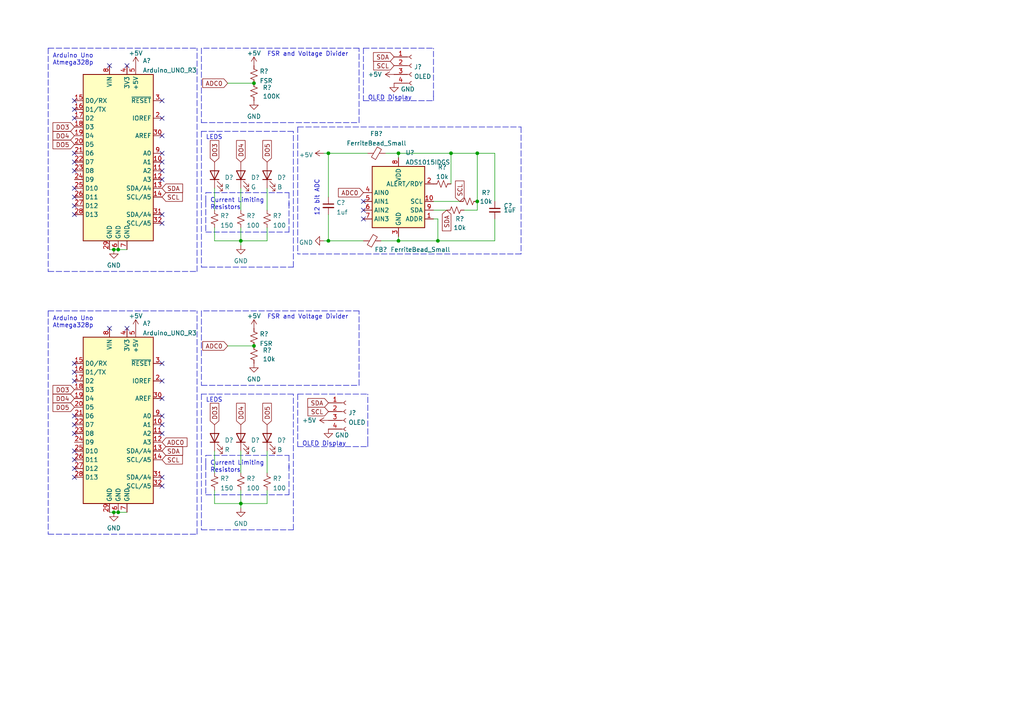
<source format=kicad_sch>
(kicad_sch (version 20211123) (generator eeschema)
  (paper "A4")
  (lib_symbols
    (symbol "Analog_ADC:ADS1015IDGS"
      (property "Reference" "U" (at 2.54 13.97 0))
      (property "Value" "ADS1015IDGS" (at 7.62 11.43 0))
      (symbol "ADS1015IDGS_0_1"
        (rectangle (start -7.62 10.16) (end 7.62 -7.62) (stroke (width 0.254)) (fill (type background)))
      )
      (symbol "ADS1015IDGS_1_1"
        (pin input line (at 10.16 -5.08 180) (length 2.54) (name "ADDR") (number "1"))
        (pin input line (at 10.16 0 180) (length 2.54) (name "SCL") (number "10"))
        (pin output line (at 10.16 5.08 180) (length 2.54) (name "ALERT/RDY") (number "2"))
        (pin power_in line (at 0 -10.16 90) (length 2.54) (name "GND") (number "3"))
        (pin input line (at -10.16 2.54 0) (length 2.54) (name "AIN0") (number "4"))
        (pin input line (at -10.16 0 0) (length 2.54) (name "AIN1") (number "5"))
        (pin input line (at -10.16 -2.54 0) (length 2.54) (name "AIN2") (number "6"))
        (pin input line (at -10.16 -5.08 0) (length 2.54) (name "AIN3") (number "7"))
        (pin power_in line (at 0 12.7 270) (length 2.54) (name "VDD") (number "8"))
        (pin bidirectional line (at 10.16 -2.54 180) (length 2.54) (name "SDA") (number "9"))
      )
    )
    (symbol "Connector:Conn_01x04_Female" (pin_names (offset 1.016) hide)
      (property "Reference" "J" (at 0 5.08 0))
      (property "Value" "Conn_01x04_Female" (at 0 -7.62 0))
      (symbol "Conn_01x04_Female_1_1"
        (arc (start 0 -4.572) (mid -0.508 -5.08) (end 0 -5.588) (stroke (width 0.1524)))
        (arc (start 0 -2.032) (mid -0.508 -2.54) (end 0 -3.048) (stroke (width 0.1524)))
        (polyline (pts (xy -1.27 -5.08) (xy -0.508 -5.08)) (stroke (width 0.1524)))
        (polyline (pts (xy -1.27 -2.54) (xy -0.508 -2.54)) (stroke (width 0.1524)))
        (polyline (pts (xy -1.27 0) (xy -0.508 0)) (stroke (width 0.1524)))
        (polyline (pts (xy -1.27 2.54) (xy -0.508 2.54)) (stroke (width 0.1524)))
        (arc (start 0 0.508) (mid -0.508 0) (end 0 -0.508) (stroke (width 0.1524)))
        (arc (start 0 3.048) (mid -0.508 2.54) (end 0 2.032) (stroke (width 0.1524)))
        (pin passive line (at -5.08 2.54 0) (length 3.81) (name "Pin_1") (number "1"))
        (pin passive line (at -5.08 0 0) (length 3.81) (name "Pin_2") (number "2"))
        (pin passive line (at -5.08 -2.54 0) (length 3.81) (name "Pin_3") (number "3"))
        (pin passive line (at -5.08 -5.08 0) (length 3.81) (name "Pin_4") (number "4"))
      )
    )
    (symbol "Device:C_Small" (pin_numbers hide) (pin_names (offset 0.254) hide)
      (property "Reference" "C" (at 0.254 1.778 0))
      (property "Value" "C_Small" (at 0.254 -2.032 0))
      (symbol "C_Small_0_1"
        (polyline (pts (xy -1.524 -0.508) (xy 1.524 -0.508)) (stroke (width 0.3302)))
        (polyline (pts (xy -1.524 0.508) (xy 1.524 0.508)) (stroke (width 0.3048)))
      )
      (symbol "C_Small_1_1"
        (pin passive line (at 0 2.54 270) (length 2.032) (name "~") (number "1"))
        (pin passive line (at 0 -2.54 90) (length 2.032) (name "~") (number "2"))
      )
    )
    (symbol "Device:FerriteBead_Small" (pin_numbers hide) (pin_names (offset 0))
      (property "Reference" "FB" (at 1.905 1.27 0))
      (property "Value" "FerriteBead_Small" (at 1.905 -1.27 0))
      (symbol "FerriteBead_Small_0_1"
        (polyline (pts (xy 0 -1.27) (xy 0 -0.7874)))
        (polyline (pts (xy 0 0.889) (xy 0 1.2954)))
        (polyline (pts (xy -1.8288 0.2794) (xy -1.1176 1.4986) (xy 1.8288 -0.2032) (xy 1.1176 -1.4224) (xy -1.8288 0.2794)))
      )
      (symbol "FerriteBead_Small_1_1"
        (pin passive line (at 0 2.54 270) (length 1.27) (name "~") (number "1"))
        (pin passive line (at 0 -2.54 90) (length 1.27) (name "~") (number "2"))
      )
    )
    (symbol "Device:LED" (pin_numbers hide) (pin_names (offset 1.016) hide)
      (property "Reference" "D" (at 0 2.54 0))
      (property "Value" "LED" (at 0 -2.54 0))
      (symbol "LED_0_1"
        (polyline (pts (xy -1.27 -1.27) (xy -1.27 1.27)) (stroke (width 0.254)))
        (polyline (pts (xy -1.27 0) (xy 1.27 0)))
        (polyline (pts (xy 1.27 -1.27) (xy 1.27 1.27) (xy -1.27 0) (xy 1.27 -1.27)) (stroke (width 0.254)))
        (polyline (pts (xy -3.048 -0.762) (xy -4.572 -2.286) (xy -3.81 -2.286) (xy -4.572 -2.286) (xy -4.572 -1.524)))
        (polyline (pts (xy -1.778 -0.762) (xy -3.302 -2.286) (xy -2.54 -2.286) (xy -3.302 -2.286) (xy -3.302 -1.524)))
      )
      (symbol "LED_1_1"
        (pin passive line (at -3.81 0 0) (length 2.54) (name "K") (number "1"))
        (pin passive line (at 3.81 0 180) (length 2.54) (name "A") (number "2"))
      )
    )
    (symbol "Device:R_Small_US" (pin_numbers hide) (pin_names (offset 0.254) hide)
      (property "Reference" "R" (at 0.762 0.508 0))
      (property "Value" "R_Small_US" (at 0.762 -1.016 0))
      (symbol "R_Small_US_1_1"
        (polyline (pts (xy 0 0) (xy 1.016 -0.381) (xy 0 -0.762) (xy -1.016 -1.143) (xy 0 -1.524)))
        (polyline (pts (xy 0 1.524) (xy 1.016 1.143) (xy 0 0.762) (xy -1.016 0.381) (xy 0 0)))
        (pin passive line (at 0 2.54 270) (length 1.016) (name "~") (number "1"))
        (pin passive line (at 0 -2.54 90) (length 1.016) (name "~") (number "2"))
      )
    )
    (symbol "MCU_Module:Arduino_UNO_R3"
      (property "Reference" "A" (at -10.16 23.495 0))
      (property "Value" "Arduino_UNO_R3" (at 5.08 -26.67 0))
      (symbol "Arduino_UNO_R3_0_1"
        (rectangle (start -10.16 22.86) (end 10.16 -25.4) (stroke (width 0.254)) (fill (type background)))
      )
      (symbol "Arduino_UNO_R3_1_1"
        (pin no_connect line (at -10.16 -20.32 0) (length 2.54) hide (name "NC") (number "1"))
        (pin bidirectional line (at 12.7 -2.54 180) (length 2.54) (name "A1") (number "10"))
        (pin bidirectional line (at 12.7 -5.08 180) (length 2.54) (name "A2") (number "11"))
        (pin bidirectional line (at 12.7 -7.62 180) (length 2.54) (name "A3") (number "12"))
        (pin bidirectional line (at 12.7 -10.16 180) (length 2.54) (name "SDA/A4") (number "13"))
        (pin bidirectional line (at 12.7 -12.7 180) (length 2.54) (name "SCL/A5") (number "14"))
        (pin bidirectional line (at -12.7 15.24 0) (length 2.54) (name "D0/RX") (number "15"))
        (pin bidirectional line (at -12.7 12.7 0) (length 2.54) (name "D1/TX") (number "16"))
        (pin bidirectional line (at -12.7 10.16 0) (length 2.54) (name "D2") (number "17"))
        (pin bidirectional line (at -12.7 7.62 0) (length 2.54) (name "D3") (number "18"))
        (pin bidirectional line (at -12.7 5.08 0) (length 2.54) (name "D4") (number "19"))
        (pin output line (at 12.7 10.16 180) (length 2.54) (name "IOREF") (number "2"))
        (pin bidirectional line (at -12.7 2.54 0) (length 2.54) (name "D5") (number "20"))
        (pin bidirectional line (at -12.7 0 0) (length 2.54) (name "D6") (number "21"))
        (pin bidirectional line (at -12.7 -2.54 0) (length 2.54) (name "D7") (number "22"))
        (pin bidirectional line (at -12.7 -5.08 0) (length 2.54) (name "D8") (number "23"))
        (pin bidirectional line (at -12.7 -7.62 0) (length 2.54) (name "D9") (number "24"))
        (pin bidirectional line (at -12.7 -10.16 0) (length 2.54) (name "D10") (number "25"))
        (pin bidirectional line (at -12.7 -12.7 0) (length 2.54) (name "D11") (number "26"))
        (pin bidirectional line (at -12.7 -15.24 0) (length 2.54) (name "D12") (number "27"))
        (pin bidirectional line (at -12.7 -17.78 0) (length 2.54) (name "D13") (number "28"))
        (pin power_in line (at -2.54 -27.94 90) (length 2.54) (name "GND") (number "29"))
        (pin input line (at 12.7 15.24 180) (length 2.54) (name "~{RESET}") (number "3"))
        (pin input line (at 12.7 5.08 180) (length 2.54) (name "AREF") (number "30"))
        (pin bidirectional line (at 12.7 -17.78 180) (length 2.54) (name "SDA/A4") (number "31"))
        (pin bidirectional line (at 12.7 -20.32 180) (length 2.54) (name "SCL/A5") (number "32"))
        (pin power_out line (at 2.54 25.4 270) (length 2.54) (name "3V3") (number "4"))
        (pin power_out line (at 5.08 25.4 270) (length 2.54) (name "+5V") (number "5"))
        (pin power_in line (at 0 -27.94 90) (length 2.54) (name "GND") (number "6"))
        (pin power_in line (at 2.54 -27.94 90) (length 2.54) (name "GND") (number "7"))
        (pin power_in line (at -2.54 25.4 270) (length 2.54) (name "VIN") (number "8"))
        (pin bidirectional line (at 12.7 0 180) (length 2.54) (name "A0") (number "9"))
      )
    )
    (symbol "power:+5V" (power) (pin_names (offset 0))
      (property "Value" "+5V" (at 0 3.556 0))
      (symbol "+5V_0_1"
        (polyline (pts (xy -0.762 1.27) (xy 0 2.54)))
        (polyline (pts (xy 0 0) (xy 0 2.54)))
        (polyline (pts (xy 0 2.54) (xy 0.762 1.27)))
      )
      (symbol "+5V_1_1"
        (pin power_in line (at 0 0 90) (length 0) hide (name "+5V") (number "1"))
      )
    )
    (symbol "power:GND" (power) (pin_names (offset 0))
      (property "Value" "GND" (at 0 -3.81 0))
      (symbol "GND_0_1"
        (polyline (pts (xy 0 0) (xy 0 -1.27) (xy 1.27 -1.27) (xy 0 -2.54) (xy -1.27 -1.27) (xy 0 -1.27)))
      )
      (symbol "GND_1_1"
        (pin power_in line (at 0 0 270) (length 0) hide (name "GND") (number "1"))
      )
    )
  )
  (junction (at 138.43 44.45))
  (junction (at 127 69.85))
  (junction (at 34.29 148.59))
  (junction (at 115.57 69.85))
  (junction (at 130.81 44.45))
  (junction (at 73.66 24.13))
  (junction (at 138.43 58.42))
  (junction (at 69.85 146.05))
  (junction (at 69.85 69.85))
  (junction (at 34.29 72.39))
  (junction (at 95.25 44.45))
  (junction (at 33.02 148.59))
  (junction (at 95.25 69.85))
  (junction (at 33.02 72.39))
  (junction (at 73.66 100.33))
  (junction (at 115.57 44.45))
  (no_connect (at 46.99 140.97))
  (no_connect (at 46.99 125.73))
  (no_connect (at 21.59 29.21))
  (no_connect (at 21.59 34.29))
  (no_connect (at 36.83 19.05))
  (no_connect (at 31.75 19.05))
  (no_connect (at 21.59 31.75))
  (no_connect (at 46.99 29.21))
  (no_connect (at 46.99 34.29))
  (no_connect (at 46.99 39.37))
  (no_connect (at 46.99 49.53))
  (no_connect (at 46.99 52.07))
  (no_connect (at 46.99 46.99))
  (no_connect (at 46.99 62.23))
  (no_connect (at 46.99 64.77))
  (no_connect (at 21.59 107.95))
  (no_connect (at 21.59 120.65))
  (no_connect (at 21.59 123.19))
  (no_connect (at 21.59 110.49))
  (no_connect (at 21.59 105.41))
  (no_connect (at 46.99 120.65))
  (no_connect (at 21.59 46.99))
  (no_connect (at 21.59 49.53))
  (no_connect (at 21.59 44.45))
  (no_connect (at 46.99 44.45))
  (no_connect (at 36.83 95.25))
  (no_connect (at 21.59 57.15))
  (no_connect (at 21.59 59.69))
  (no_connect (at 21.59 54.61))
  (no_connect (at 21.59 62.23))
  (no_connect (at 46.99 105.41))
  (no_connect (at 21.59 138.43))
  (no_connect (at 21.59 133.35))
  (no_connect (at 46.99 123.19))
  (no_connect (at 21.59 125.73))
  (no_connect (at 46.99 110.49))
  (no_connect (at 21.59 135.89))
  (no_connect (at 21.59 130.81))
  (no_connect (at 31.75 95.25))
  (no_connect (at 46.99 138.43))
  (no_connect (at 46.99 115.57))
  (no_connect (at 105.41 63.5))
  (no_connect (at 105.41 60.96))
  (no_connect (at 105.41 58.42))
  (wire (pts (xy 93.98 44.45) (xy 95.25 44.45)))
  (polyline (pts (xy 59.69 67.31) (xy 83.82 67.31)))
  (wire (pts (xy 66.04 100.33) (xy 73.66 100.33)))
  (polyline (pts (xy 85.09 114.3) (xy 58.42 114.3)))
  (polyline (pts (xy 105.41 27.94) (xy 105.41 29.21)))
  (polyline (pts (xy 86.36 114.3) (xy 86.36 128.27)))
  (polyline (pts (xy 59.69 132.08) (xy 83.82 132.08)))
  (wire (pts (xy 134.62 60.96) (xy 138.43 60.96)))
  (polyline (pts (xy 86.36 36.83) (xy 86.36 73.66)))
  (polyline (pts (xy 59.69 134.62) (xy 59.69 132.08)))
  (wire (pts (xy 127 69.85) (xy 143.51 69.85)))
  (polyline (pts (xy 13.97 90.17) (xy 13.97 154.94)))
  (wire (pts (xy 62.23 66.04) (xy 62.23 69.85)))
  (wire (pts (xy 33.02 148.59) (xy 34.29 148.59)))
  (wire (pts (xy 125.73 58.42) (xy 133.35 58.42)))
  (wire (pts (xy 31.75 72.39) (xy 33.02 72.39)))
  (polyline (pts (xy 151.13 73.66) (xy 86.36 73.66)))
  (polyline (pts (xy 83.82 132.08) (xy 83.82 135.89)))
  (polyline (pts (xy 83.82 67.31) (xy 83.82 58.42)))
  (wire (pts (xy 93.98 69.85) (xy 95.25 69.85)))
  (polyline (pts (xy 58.42 153.67) (xy 85.09 153.67)))
  (wire (pts (xy 34.29 72.39) (xy 36.83 72.39)))
  (wire (pts (xy 69.85 54.61) (xy 69.85 60.96)))
  (polyline (pts (xy 13.97 13.97) (xy 57.15 13.97)))
  (polyline (pts (xy 125.73 27.94) (xy 125.73 13.97)))
  (polyline (pts (xy 151.13 36.83) (xy 151.13 73.66)))
  (wire (pts (xy 62.23 130.81) (xy 62.23 137.16)))
  (wire (pts (xy 143.51 69.85) (xy 143.51 63.5)))
  (wire (pts (xy 110.49 69.85) (xy 115.57 69.85)))
  (polyline (pts (xy 85.09 153.67) (xy 85.09 114.3)))
  (polyline (pts (xy 125.73 27.94) (xy 125.73 29.21)))
  (polyline (pts (xy 57.15 154.94) (xy 57.15 90.17)))
  (wire (pts (xy 77.47 69.85) (xy 77.47 66.04)))
  (wire (pts (xy 62.23 69.85) (xy 69.85 69.85)))
  (wire (pts (xy 138.43 60.96) (xy 138.43 58.42)))
  (wire (pts (xy 95.25 57.15) (xy 95.25 44.45)))
  (polyline (pts (xy 83.82 55.88) (xy 83.82 59.69)))
  (polyline (pts (xy 105.41 29.21) (xy 125.73 29.21)))
  (polyline (pts (xy 58.42 114.3) (xy 58.42 153.67)))
  (polyline (pts (xy 13.97 13.97) (xy 13.97 78.74)))
  (wire (pts (xy 69.85 69.85) (xy 69.85 66.04)))
  (polyline (pts (xy 86.36 129.54) (xy 106.68 129.54)))
  (polyline (pts (xy 58.42 111.76) (xy 104.14 111.76)))
  (polyline (pts (xy 106.68 128.27) (xy 106.68 129.54)))
  (wire (pts (xy 69.85 146.05) (xy 77.47 146.05)))
  (wire (pts (xy 115.57 69.85) (xy 127 69.85)))
  (polyline (pts (xy 104.14 90.17) (xy 58.42 90.17)))
  (wire (pts (xy 143.51 44.45) (xy 138.43 44.45)))
  (wire (pts (xy 62.23 54.61) (xy 62.23 60.96)))
  (polyline (pts (xy 85.09 77.47) (xy 85.09 38.1)))
  (polyline (pts (xy 58.42 13.97) (xy 58.42 35.56)))
  (wire (pts (xy 127 69.85) (xy 127 63.5)))
  (polyline (pts (xy 58.42 38.1) (xy 58.42 77.47)))
  (polyline (pts (xy 13.97 78.74) (xy 57.15 78.74)))
  (polyline (pts (xy 104.14 35.56) (xy 104.14 13.97)))
  (polyline (pts (xy 86.36 114.3) (xy 106.68 114.3)))
  (polyline (pts (xy 59.69 134.62) (xy 59.69 143.51)))
  (polyline (pts (xy 105.41 13.97) (xy 125.73 13.97)))
  (polyline (pts (xy 13.97 90.17) (xy 57.15 90.17)))
  (polyline (pts (xy 59.69 58.42) (xy 59.69 67.31)))
  (polyline (pts (xy 59.69 143.51) (xy 83.82 143.51)))
  (wire (pts (xy 127 63.5) (xy 125.73 63.5)))
  (wire (pts (xy 77.47 146.05) (xy 77.47 142.24)))
  (wire (pts (xy 95.25 62.23) (xy 95.25 69.85)))
  (wire (pts (xy 69.85 146.05) (xy 69.85 142.24)))
  (wire (pts (xy 77.47 54.61) (xy 77.47 60.96)))
  (wire (pts (xy 77.47 130.81) (xy 77.47 137.16)))
  (polyline (pts (xy 104.14 13.97) (xy 58.42 13.97)))
  (wire (pts (xy 95.25 44.45) (xy 106.68 44.45)))
  (polyline (pts (xy 104.14 111.76) (xy 104.14 90.17)))
  (wire (pts (xy 130.81 44.45) (xy 138.43 44.45)))
  (polyline (pts (xy 85.09 38.1) (xy 58.42 38.1)))
  (wire (pts (xy 69.85 69.85) (xy 77.47 69.85)))
  (wire (pts (xy 125.73 60.96) (xy 129.54 60.96)))
  (wire (pts (xy 31.75 148.59) (xy 33.02 148.59)))
  (wire (pts (xy 111.76 44.45) (xy 115.57 44.45)))
  (wire (pts (xy 143.51 58.42) (xy 143.51 44.45)))
  (polyline (pts (xy 86.36 36.83) (xy 151.13 36.83)))
  (wire (pts (xy 34.29 148.59) (xy 36.83 148.59)))
  (polyline (pts (xy 58.42 90.17) (xy 58.42 111.76)))
  (polyline (pts (xy 57.15 78.74) (xy 57.15 13.97)))
  (wire (pts (xy 62.23 146.05) (xy 69.85 146.05)))
  (polyline (pts (xy 86.36 128.27) (xy 86.36 129.54)))
  (wire (pts (xy 69.85 130.81) (xy 69.85 137.16)))
  (polyline (pts (xy 59.69 58.42) (xy 59.69 55.88)))
  (polyline (pts (xy 106.68 128.27) (xy 106.68 114.3)))
  (polyline (pts (xy 105.41 13.97) (xy 105.41 27.94)))
  (wire (pts (xy 62.23 142.24) (xy 62.23 146.05)))
  (wire (pts (xy 130.81 44.45) (xy 130.81 53.34)))
  (polyline (pts (xy 13.97 154.94) (xy 57.15 154.94)))
  (wire (pts (xy 33.02 72.39) (xy 34.29 72.39)))
  (wire (pts (xy 66.04 24.13) (xy 73.66 24.13)))
  (wire (pts (xy 115.57 44.45) (xy 115.57 45.72)))
  (wire (pts (xy 130.81 44.45) (xy 115.57 44.45)))
  (wire (pts (xy 115.57 69.85) (xy 115.57 68.58)))
  (wire (pts (xy 69.85 146.05) (xy 69.85 147.32)))
  (polyline (pts (xy 83.82 143.51) (xy 83.82 134.62)))
  (polyline (pts (xy 58.42 77.47) (xy 85.09 77.47)))
  (wire (pts (xy 95.25 69.85) (xy 105.41 69.85)))
  (wire (pts (xy 69.85 69.85) (xy 69.85 71.12)))
  (polyline (pts (xy 58.42 35.56) (xy 104.14 35.56)))
  (wire (pts (xy 138.43 58.42) (xy 138.43 44.45)))
  (polyline (pts (xy 59.69 55.88) (xy 83.82 55.88)))
  (text "LEDS" (at 59.69 116.84 0) (effects (font (size 1.27 1.27)) (justify left bottom)))
  (text "FSR and Voltage Divider" (at 77.47 92.71 0) (effects (font (size 1.27 1.27)) (justify left bottom)))
  (text "OLED Display" (at 87.63 129.54 0) (effects (font (size 1.27 1.27)) (justify left bottom)))
  (text "OLED Display" (at 106.68 29.21 0) (effects (font (size 1.27 1.27)) (justify left bottom)))
  (text "Current Limiting\nResistors" (at 60.96 60.96 0) (effects (font (size 1.27 1.27)) (justify left bottom)))
  (text "FSR and Voltage Divider" (at 77.47 16.51 0) (effects (font (size 1.27 1.27)) (justify left bottom)))
  (text "Arduino Uno\nAtmega328p" (at 15.24 19.05 0) (effects (font (size 1.27 1.27)) (justify left bottom)))
  (text "LEDS" (at 59.69 40.64 0) (effects (font (size 1.27 1.27)) (justify left bottom)))
  (text "Current Limiting\nResistors" (at 60.96 137.16 0) (effects (font (size 1.27 1.27)) (justify left bottom)))
  (text "Arduino Uno\nAtmega328p" (at 15.24 95.25 0) (effects (font (size 1.27 1.27)) (justify left bottom)))
  (text "12 bit ADC" (at 92.71 52.07 270) (effects (font (size 1.27 1.27)) (justify right bottom)))
  (global_label "DO3" (shape input) (at 21.59 113.03 180) (property "Intersheet References" "${INTERSHEET_REFS}" (effects hide)))
  (global_label "SCL" (shape input) (at 95.25 119.38 180) (property "Intersheet References" "${INTERSHEET_REFS}" (effects hide)))
  (global_label "DO5" (shape input) (at 77.47 46.99 90) (property "Intersheet References" "${INTERSHEET_REFS}" (effects hide)))
  (global_label "DO5" (shape input) (at 77.47 123.19 90) (property "Intersheet References" "${INTERSHEET_REFS}" (effects hide)))
  (global_label "SCL" (shape input) (at 114.3 19.05 180) (property "Intersheet References" "${INTERSHEET_REFS}" (effects hide)))
  (global_label "DO3" (shape input) (at 62.23 46.99 90) (property "Intersheet References" "${INTERSHEET_REFS}" (effects hide)))
  (global_label "DO4" (shape input) (at 21.59 39.37 180) (property "Intersheet References" "${INTERSHEET_REFS}" (effects hide)))
  (global_label "ADC0" (shape input) (at 66.04 24.13 180) (property "Intersheet References" "${INTERSHEET_REFS}" (effects hide)))
  (global_label "ADC0" (shape input) (at 46.99 128.27 0) (property "Intersheet References" "${INTERSHEET_REFS}" (effects hide)))
  (global_label "DO3" (shape input) (at 21.59 36.83 180) (property "Intersheet References" "${INTERSHEET_REFS}" (effects hide)))
  (global_label "ADC0" (shape input) (at 105.41 55.88 180) (property "Intersheet References" "${INTERSHEET_REFS}" (effects hide)))
  (global_label "SDA" (shape input) (at 46.99 130.81 0) (property "Intersheet References" "${INTERSHEET_REFS}" (effects hide)))
  (global_label "SCL" (shape input) (at 46.99 57.15 0) (property "Intersheet References" "${INTERSHEET_REFS}" (effects hide)))
  (global_label "ADC0" (shape input) (at 66.04 100.33 180) (property "Intersheet References" "${INTERSHEET_REFS}" (effects hide)))
  (global_label "SDA" (shape input) (at 46.99 54.61 0) (property "Intersheet References" "${INTERSHEET_REFS}" (effects hide)))
  (global_label "DO5" (shape input) (at 21.59 118.11 180) (property "Intersheet References" "${INTERSHEET_REFS}" (effects hide)))
  (global_label "SDA" (shape input) (at 114.3 16.51 180) (property "Intersheet References" "${INTERSHEET_REFS}" (effects hide)))
  (global_label "SCL" (shape input) (at 133.35 58.42 90) (property "Intersheet References" "${INTERSHEET_REFS}" (effects hide)))
  (global_label "DO5" (shape input) (at 21.59 41.91 180) (property "Intersheet References" "${INTERSHEET_REFS}" (effects hide)))
  (global_label "DO4" (shape input) (at 69.85 46.99 90) (property "Intersheet References" "${INTERSHEET_REFS}" (effects hide)))
  (global_label "SDA" (shape input) (at 95.25 116.84 180) (property "Intersheet References" "${INTERSHEET_REFS}" (effects hide)))
  (global_label "DO4" (shape input) (at 21.59 115.57 180) (property "Intersheet References" "${INTERSHEET_REFS}" (effects hide)))
  (global_label "DO3" (shape input) (at 62.23 123.19 90) (property "Intersheet References" "${INTERSHEET_REFS}" (effects hide)))
  (global_label "SCL" (shape input) (at 46.99 133.35 0) (property "Intersheet References" "${INTERSHEET_REFS}" (effects hide)))
  (global_label "DO4" (shape input) (at 69.85 123.19 90) (property "Intersheet References" "${INTERSHEET_REFS}" (effects hide)))
  (global_label "SDA" (shape input) (at 129.54 60.96 270) (property "Intersheet References" "${INTERSHEET_REFS}" (effects hide)))
  (symbol (lib_id "Device:R_Small_US") (at 69.85 63.5 0) (unit 1)
    (property "Reference" "R?" (at 71.501 62.5915 0) (effects (justify left)))
    (property "Value" "100" (at 71.501 65.3666 0) (effects (justify left)))
  )
  (symbol (lib_id "Device:R_Small_US") (at 73.66 97.79 0) (unit 1)
    (property "Reference" "R?" (at 75.311 96.8815 0) (effects (justify left)))
    (property "Value" "FSR" (at 75.311 99.6566 0) (effects (justify left)))
  )
  (symbol (lib_id "Connector:Conn_01x04_Female") (at 119.38 19.05 0) (unit 1)
    (property "Reference" "J?" (at 120.0912 19.4115 0) (effects (justify left)))
    (property "Value" "OLED" (at 120.0912 22.1866 0) (effects (justify left)))
  )
  (symbol (lib_id "power:GND") (at 93.98 69.85 270) (unit 1)
    (property "Reference" "#PWR?" (effects hide))
    (property "Value" "GND" (at 90.8051 70.329 90) (effects (justify right)))
  )
  (symbol (lib_id "Device:C_Small") (at 143.51 60.96 0) (unit 1)
    (property "Reference" "C?" (at 146.05 59.69 0) (effects (justify left)))
    (property "Value" "1uF" (at 146.05 60.96 0) (effects (justify left)))
  )
  (symbol (lib_id "power:+5V") (at 93.98 44.45 90) (unit 1)
    (property "Reference" "#PWR?" (effects hide))
    (property "Value" "+5V" (at 90.8051 44.929 90) (effects (justify left)))
  )
  (symbol (lib_id "power:GND") (at 73.66 29.21 0) (unit 1)
    (property "Reference" "#PWR?" (effects hide))
    (property "Value" "GND" (at 73.66 33.7725 0))
  )
  (symbol (lib_id "power:GND") (at 73.66 105.41 0) (unit 1)
    (property "Reference" "#PWR?" (effects hide))
    (property "Value" "GND" (at 73.66 109.9725 0))
  )
  (symbol (lib_id "MCU_Module:Arduino_UNO_R3") (at 34.29 44.45 0) (unit 1)
    (property "Reference" "A?" (at 41.3894 17.6235 0) (effects (justify left)))
    (property "Value" "Arduino_UNO_R3" (at 41.3894 20.3986 0) (effects (justify left)))
    (property "Footprint" "Module:Arduino_UNO_R3" (effects hide))
    (property "Datasheet" "https://www.arduino.cc/en/Main/arduinoBoardUno" (effects hide))
  )
  (symbol (lib_id "Device:R_Small_US") (at 132.08 60.96 90) (unit 1)
    (property "Reference" "R?" (at 133.35 63.5 90))
    (property "Value" "10k" (at 133.35 66.04 90))
  )
  (symbol (lib_id "Device:LED") (at 69.85 127 90) (unit 1)
    (property "Reference" "D?" (at 72.771 127.679 90) (effects (justify right)))
    (property "Value" "G" (at 72.771 130.4541 90) (effects (justify right)))
  )
  (symbol (lib_id "Device:R_Small_US") (at 73.66 26.67 0) (unit 1)
    (property "Reference" "R?" (at 76.2 25.3999 0) (effects (justify left)))
    (property "Value" "100K" (at 76.2 27.9399 0) (effects (justify left)))
  )
  (symbol (lib_id "Connector:Conn_01x04_Female") (at 100.33 119.38 0) (unit 1)
    (property "Reference" "J?" (at 101.0412 119.7415 0) (effects (justify left)))
    (property "Value" "OLED" (at 101.0412 122.5166 0) (effects (justify left)))
  )
  (symbol (lib_id "power:+5V") (at 39.37 19.05 0) (unit 1)
    (property "Reference" "#PWR?" (effects hide))
    (property "Value" "+5V" (at 39.37 15.4455 0))
  )
  (symbol (lib_id "Device:R_Small_US") (at 128.27 53.34 90) (unit 1)
    (property "Reference" "R?" (at 128.27 48.4845 90))
    (property "Value" "10k" (at 128.27 51.2596 90))
  )
  (symbol (lib_id "Device:FerriteBead_Small") (at 107.95 69.85 270) (unit 1)
    (property "Reference" "FB?" (at 110.49 72.39 90))
    (property "Value" "FerriteBead_Small" (at 121.92 72.39 90))
  )
  (symbol (lib_id "Device:FerriteBead_Small") (at 109.22 44.45 90) (unit 1)
    (property "Reference" "FB?" (at 109.1819 38.7817 90))
    (property "Value" "FerriteBead_Small" (at 109.1819 41.5568 90))
  )
  (symbol (lib_id "MCU_Module:Arduino_UNO_R3") (at 34.29 120.65 0) (unit 1)
    (property "Reference" "A?" (at 41.3894 93.8235 0) (effects (justify left)))
    (property "Value" "Arduino_UNO_R3" (at 41.3894 96.5986 0) (effects (justify left)))
    (property "Footprint" "Module:Arduino_UNO_R3" (effects hide))
    (property "Datasheet" "https://www.arduino.cc/en/Main/arduinoBoardUno" (effects hide))
  )
  (symbol (lib_id "Device:LED") (at 62.23 127 90) (unit 1)
    (property "Reference" "D?" (at 65.151 127.679 90) (effects (justify right)))
    (property "Value" "R" (at 65.151 130.4541 90) (effects (justify right)))
  )
  (symbol (lib_id "Device:R_Small_US") (at 62.23 63.5 0) (unit 1)
    (property "Reference" "R?" (at 63.881 62.5915 0) (effects (justify left)))
    (property "Value" "150" (at 63.881 65.3666 0) (effects (justify left)))
  )
  (symbol (lib_id "Device:R_Small_US") (at 62.23 139.7 0) (unit 1)
    (property "Reference" "R?" (at 63.881 138.7915 0) (effects (justify left)))
    (property "Value" "150" (at 63.881 141.5666 0) (effects (justify left)))
  )
  (symbol (lib_id "Device:R_Small_US") (at 69.85 139.7 0) (unit 1)
    (property "Reference" "R?" (at 71.501 138.7915 0) (effects (justify left)))
    (property "Value" "100" (at 71.501 141.5666 0) (effects (justify left)))
  )
  (symbol (lib_id "Device:R_Small_US") (at 77.47 63.5 0) (unit 1)
    (property "Reference" "R?" (at 79.121 62.5915 0) (effects (justify left)))
    (property "Value" "100" (at 79.121 65.3666 0) (effects (justify left)))
  )
  (symbol (lib_id "power:GND") (at 69.85 71.12 0) (unit 1)
    (property "Reference" "#PWR?" (effects hide))
    (property "Value" "GND" (at 69.85 75.6825 0))
  )
  (symbol (lib_id "Device:R_Small_US") (at 73.66 102.87 0) (unit 1)
    (property "Reference" "R?" (at 76.2 101.5999 0) (effects (justify left)))
    (property "Value" "10k" (at 76.2 104.1399 0) (effects (justify left)))
  )
  (symbol (lib_id "power:GND") (at 33.02 148.59 0) (unit 1)
    (property "Reference" "#PWR?" (effects hide))
    (property "Value" "GND" (at 33.02 153.1525 0))
  )
  (symbol (lib_id "power:+5V") (at 39.37 95.25 0) (unit 1)
    (property "Reference" "#PWR?" (effects hide))
    (property "Value" "+5V" (at 39.37 91.6455 0))
  )
  (symbol (lib_id "Device:R_Small_US") (at 73.66 21.59 0) (unit 1)
    (property "Reference" "R?" (at 75.311 20.6815 0) (effects (justify left)))
    (property "Value" "FSR" (at 75.311 23.4566 0) (effects (justify left)))
  )
  (symbol (lib_id "Device:C_Small") (at 95.25 59.69 0) (unit 1)
    (property "Reference" "C?" (at 97.5741 58.7878 0) (effects (justify left)))
    (property "Value" "1uf" (at 97.5741 61.5629 0) (effects (justify left)))
  )
  (symbol (lib_id "Device:LED") (at 77.47 50.8 90) (unit 1)
    (property "Reference" "D?" (at 80.391 51.479 90) (effects (justify right)))
    (property "Value" "B" (at 80.391 54.2541 90) (effects (justify right)))
  )
  (symbol (lib_id "power:+5V") (at 95.25 121.92 90) (unit 1)
    (property "Reference" "#PWR?" (effects hide))
    (property "Value" "+5V" (at 87.63 121.92 90) (effects (justify right)))
  )
  (symbol (lib_id "Device:R_Small_US") (at 135.89 58.42 90) (unit 1)
    (property "Reference" "R?" (at 140.97 55.88 90))
    (property "Value" "10k" (at 140.97 58.42 90))
  )
  (symbol (lib_id "power:GND") (at 95.25 124.46 0) (unit 1)
    (property "Reference" "#PWR?" (effects hide))
    (property "Value" "GND" (at 97.155 126.209 0) (effects (justify left)))
  )
  (symbol (lib_id "Analog_ADC:ADS1015IDGS") (at 115.57 58.42 0) (unit 1)
    (property "Reference" "U?" (at 117.5894 44.2935 0) (effects (justify left)))
    (property "Value" "ADS1015IDGS" (at 117.5894 47.0686 0) (effects (justify left)))
    (property "Footprint" "Package_SO:TSSOP-10_3x3mm_P0.5mm" (effects hide))
    (property "Datasheet" "http://www.ti.com/lit/ds/symlink/ads1015.pdf" (effects hide))
  )
  (symbol (lib_id "power:+5V") (at 73.66 19.05 0) (unit 1)
    (property "Reference" "#PWR?" (effects hide))
    (property "Value" "+5V" (at 73.66 15.4455 0))
  )
  (symbol (lib_id "power:+5V") (at 114.3 21.59 90) (unit 1)
    (property "Reference" "#PWR?" (effects hide))
    (property "Value" "+5V" (at 106.68 21.59 90) (effects (justify right)))
  )
  (symbol (lib_id "power:GND") (at 69.85 147.32 0) (unit 1)
    (property "Reference" "#PWR?" (effects hide))
    (property "Value" "GND" (at 69.85 151.8825 0))
  )
  (symbol (lib_id "power:+5V") (at 73.66 95.25 0) (unit 1)
    (property "Reference" "#PWR?" (effects hide))
    (property "Value" "+5V" (at 73.66 91.6455 0))
  )
  (symbol (lib_id "power:GND") (at 114.3 24.13 0) (unit 1)
    (property "Reference" "#PWR?" (effects hide))
    (property "Value" "GND" (at 116.205 25.879 0) (effects (justify left)))
  )
  (symbol (lib_id "Device:R_Small_US") (at 77.47 139.7 0) (unit 1)
    (property "Reference" "R?" (at 79.121 138.7915 0) (effects (justify left)))
    (property "Value" "100" (at 79.121 141.5666 0) (effects (justify left)))
  )
  (symbol (lib_id "Device:LED") (at 62.23 50.8 90) (unit 1)
    (property "Reference" "D?" (at 65.151 51.479 90) (effects (justify right)))
    (property "Value" "R" (at 65.151 54.2541 90) (effects (justify right)))
  )
  (symbol (lib_id "Device:LED") (at 69.85 50.8 90) (unit 1)
    (property "Reference" "D?" (at 72.771 51.479 90) (effects (justify right)))
    (property "Value" "G" (at 72.771 54.2541 90) (effects (justify right)))
  )
  (symbol (lib_id "Device:LED") (at 77.47 127 90) (unit 1)
    (property "Reference" "D?" (at 80.391 127.679 90) (effects (justify right)))
    (property "Value" "B" (at 80.391 130.4541 90) (effects (justify right)))
  )
  (symbol (lib_id "power:GND") (at 33.02 72.39 0) (unit 1)
    (property "Reference" "#PWR?" (effects hide))
    (property "Value" "GND" (at 33.02 76.9525 0))
  )
)
</source>
